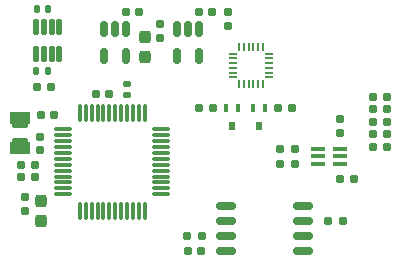
<source format=gbr>
%TF.GenerationSoftware,KiCad,Pcbnew,7.0.5*%
%TF.CreationDate,2024-01-17T11:16:08-05:00*%
%TF.ProjectId,MCU,4d43552e-6b69-4636-9164-5f7063625858,rev?*%
%TF.SameCoordinates,Original*%
%TF.FileFunction,Paste,Top*%
%TF.FilePolarity,Positive*%
%FSLAX46Y46*%
G04 Gerber Fmt 4.6, Leading zero omitted, Abs format (unit mm)*
G04 Created by KiCad (PCBNEW 7.0.5) date 2024-01-17 11:16:08*
%MOMM*%
%LPD*%
G01*
G04 APERTURE LIST*
G04 Aperture macros list*
%AMRoundRect*
0 Rectangle with rounded corners*
0 $1 Rounding radius*
0 $2 $3 $4 $5 $6 $7 $8 $9 X,Y pos of 4 corners*
0 Add a 4 corners polygon primitive as box body*
4,1,4,$2,$3,$4,$5,$6,$7,$8,$9,$2,$3,0*
0 Add four circle primitives for the rounded corners*
1,1,$1+$1,$2,$3*
1,1,$1+$1,$4,$5*
1,1,$1+$1,$6,$7*
1,1,$1+$1,$8,$9*
0 Add four rect primitives between the rounded corners*
20,1,$1+$1,$2,$3,$4,$5,0*
20,1,$1+$1,$4,$5,$6,$7,0*
20,1,$1+$1,$6,$7,$8,$9,0*
20,1,$1+$1,$8,$9,$2,$3,0*%
G04 Aperture macros list end*
%ADD10RoundRect,0.155000X0.212500X0.155000X-0.212500X0.155000X-0.212500X-0.155000X0.212500X-0.155000X0*%
%ADD11RoundRect,0.160000X-0.197500X-0.160000X0.197500X-0.160000X0.197500X0.160000X-0.197500X0.160000X0*%
%ADD12RoundRect,0.150000X-0.150000X0.512500X-0.150000X-0.512500X0.150000X-0.512500X0.150000X0.512500X0*%
%ADD13RoundRect,0.160000X0.197500X0.160000X-0.197500X0.160000X-0.197500X-0.160000X0.197500X-0.160000X0*%
%ADD14R,1.800000X1.000000*%
%ADD15RoundRect,0.237500X-0.237500X0.300000X-0.237500X-0.300000X0.237500X-0.300000X0.237500X0.300000X0*%
%ADD16RoundRect,0.155000X-0.212500X-0.155000X0.212500X-0.155000X0.212500X0.155000X-0.212500X0.155000X0*%
%ADD17RoundRect,0.155000X0.155000X-0.212500X0.155000X0.212500X-0.155000X0.212500X-0.155000X-0.212500X0*%
%ADD18RoundRect,0.125000X0.125000X-0.537500X0.125000X0.537500X-0.125000X0.537500X-0.125000X-0.537500X0*%
%ADD19RoundRect,0.135000X-0.135000X-0.185000X0.135000X-0.185000X0.135000X0.185000X-0.135000X0.185000X0*%
%ADD20RoundRect,0.250000X0.450000X-0.350000X0.450000X0.350000X-0.450000X0.350000X-0.450000X-0.350000X0*%
%ADD21RoundRect,0.140000X0.170000X-0.140000X0.170000X0.140000X-0.170000X0.140000X-0.170000X-0.140000X0*%
%ADD22RoundRect,0.075000X-0.662500X-0.075000X0.662500X-0.075000X0.662500X0.075000X-0.662500X0.075000X0*%
%ADD23RoundRect,0.075000X-0.075000X-0.662500X0.075000X-0.662500X0.075000X0.662500X-0.075000X0.662500X0*%
%ADD24RoundRect,0.160000X-0.160000X0.197500X-0.160000X-0.197500X0.160000X-0.197500X0.160000X0.197500X0*%
%ADD25R,0.460000X0.700000*%
%ADD26R,0.500000X0.700000*%
%ADD27RoundRect,0.050000X0.262500X0.050000X-0.262500X0.050000X-0.262500X-0.050000X0.262500X-0.050000X0*%
%ADD28RoundRect,0.050000X-0.050000X0.262500X-0.050000X-0.262500X0.050000X-0.262500X0.050000X0.262500X0*%
%ADD29R,1.200000X0.400000*%
%ADD30RoundRect,0.140000X-0.140000X-0.170000X0.140000X-0.170000X0.140000X0.170000X-0.140000X0.170000X0*%
%ADD31RoundRect,0.160000X0.160000X-0.197500X0.160000X0.197500X-0.160000X0.197500X-0.160000X-0.197500X0*%
%ADD32RoundRect,0.150000X0.712500X0.150000X-0.712500X0.150000X-0.712500X-0.150000X0.712500X-0.150000X0*%
%ADD33RoundRect,0.237500X-0.237500X0.287500X-0.237500X-0.287500X0.237500X-0.287500X0.237500X0.287500X0*%
G04 APERTURE END LIST*
D10*
%TO.C,C7*%
X166327500Y-96238621D03*
X165192500Y-96238621D03*
%TD*%
D11*
%TO.C,R15*%
X165162500Y-98363621D03*
X166357500Y-98363621D03*
%TD*%
%TO.C,R6*%
X165162500Y-100498621D03*
X166357500Y-100498621D03*
%TD*%
D12*
%TO.C,U4*%
X144267500Y-90521121D03*
X143317500Y-90521121D03*
X142367500Y-90521121D03*
X142367500Y-92796121D03*
X144267500Y-92796121D03*
%TD*%
D13*
%TO.C,R8*%
X136565000Y-103028621D03*
X135370000Y-103028621D03*
%TD*%
%TO.C,R14*%
X166357500Y-97296121D03*
X165162500Y-97296121D03*
%TD*%
D14*
%TO.C,Y1*%
X135310000Y-100568621D03*
X135310000Y-98068621D03*
%TD*%
D12*
%TO.C,U6*%
X150450000Y-90521121D03*
X149500000Y-90521121D03*
X148550000Y-90521121D03*
X148550000Y-92796121D03*
X150450000Y-92796121D03*
%TD*%
D15*
%TO.C,C9*%
X145837500Y-91186121D03*
X145837500Y-92911121D03*
%TD*%
D13*
%TO.C,R12*%
X150667500Y-108033621D03*
X149472500Y-108033621D03*
%TD*%
D16*
%TO.C,C1*%
X162402500Y-103178621D03*
X163537500Y-103178621D03*
%TD*%
D17*
%TO.C,C4*%
X137010000Y-100786121D03*
X137010000Y-99651121D03*
%TD*%
D18*
%TO.C,U3*%
X136685000Y-92586121D03*
X137335000Y-92586121D03*
X137985000Y-92586121D03*
X138635000Y-92586121D03*
X138635000Y-90311121D03*
X137985000Y-90311121D03*
X137335000Y-90311121D03*
X136685000Y-90311121D03*
%TD*%
D19*
%TO.C,R4*%
X136680000Y-94028621D03*
X137700000Y-94028621D03*
%TD*%
D13*
%TO.C,R1*%
X158537500Y-100638621D03*
X157342500Y-100638621D03*
%TD*%
D20*
%TO.C,R19*%
X135310000Y-100318621D03*
X135310000Y-98318621D03*
%TD*%
D21*
%TO.C,C13*%
X144350000Y-96088621D03*
X144350000Y-95128621D03*
%TD*%
D22*
%TO.C,U2*%
X138947500Y-98998621D03*
X138947500Y-99498621D03*
X138947500Y-99998621D03*
X138947500Y-100498621D03*
X138947500Y-100998621D03*
X138947500Y-101498621D03*
X138947500Y-101998621D03*
X138947500Y-102498621D03*
X138947500Y-102998621D03*
X138947500Y-103498621D03*
X138947500Y-103998621D03*
X138947500Y-104498621D03*
D23*
X140360000Y-105911121D03*
X140860000Y-105911121D03*
X141360000Y-105911121D03*
X141860000Y-105911121D03*
X142360000Y-105911121D03*
X142860000Y-105911121D03*
X143360000Y-105911121D03*
X143860000Y-105911121D03*
X144360000Y-105911121D03*
X144860000Y-105911121D03*
X145360000Y-105911121D03*
X145860000Y-105911121D03*
D22*
X147272500Y-104498621D03*
X147272500Y-103998621D03*
X147272500Y-103498621D03*
X147272500Y-102998621D03*
X147272500Y-102498621D03*
X147272500Y-101998621D03*
X147272500Y-101498621D03*
X147272500Y-100998621D03*
X147272500Y-100498621D03*
X147272500Y-99998621D03*
X147272500Y-99498621D03*
X147272500Y-98998621D03*
D23*
X145860000Y-97586121D03*
X145360000Y-97586121D03*
X144860000Y-97586121D03*
X144360000Y-97586121D03*
X143860000Y-97586121D03*
X143360000Y-97586121D03*
X142860000Y-97586121D03*
X142360000Y-97586121D03*
X141860000Y-97586121D03*
X141360000Y-97586121D03*
X140860000Y-97586121D03*
X140360000Y-97586121D03*
%TD*%
D17*
%TO.C,C11*%
X152930000Y-90216121D03*
X152930000Y-89081121D03*
%TD*%
D11*
%TO.C,R13*%
X161412500Y-106768621D03*
X162607500Y-106768621D03*
%TD*%
D10*
%TO.C,C3*%
X150657500Y-109308621D03*
X149522500Y-109308621D03*
%TD*%
D24*
%TO.C,R3*%
X162410000Y-98141121D03*
X162410000Y-99336121D03*
%TD*%
D25*
%TO.C,Q2*%
X153730000Y-97150621D03*
X152730000Y-97150621D03*
D26*
X153230000Y-98750621D03*
%TD*%
D11*
%TO.C,R18*%
X157132500Y-97198621D03*
X158327500Y-97198621D03*
%TD*%
D27*
%TO.C,U5*%
X156397500Y-94598621D03*
X156397500Y-94198621D03*
X156397500Y-93798621D03*
X156397500Y-93398621D03*
X156397500Y-92998621D03*
X156397500Y-92598621D03*
D28*
X155860000Y-92061121D03*
X155460000Y-92061121D03*
X155060000Y-92061121D03*
X154660000Y-92061121D03*
X154260000Y-92061121D03*
X153860000Y-92061121D03*
D27*
X153322500Y-92598621D03*
X153322500Y-92998621D03*
X153322500Y-93398621D03*
X153322500Y-93798621D03*
X153322500Y-94198621D03*
X153322500Y-94598621D03*
D28*
X153860000Y-95136121D03*
X154260000Y-95136121D03*
X154660000Y-95136121D03*
X155060000Y-95136121D03*
X155460000Y-95136121D03*
X155860000Y-95136121D03*
%TD*%
D24*
%TO.C,R11*%
X135750000Y-104708621D03*
X135750000Y-105903621D03*
%TD*%
D13*
%TO.C,R2*%
X158537500Y-101938621D03*
X157342500Y-101938621D03*
%TD*%
D29*
%TO.C,IC2*%
X162402500Y-101938621D03*
X162402500Y-101288621D03*
X162402500Y-100638621D03*
X160502500Y-100638621D03*
X160502500Y-101288621D03*
X160502500Y-101938621D03*
%TD*%
D10*
%TO.C,C2*%
X138177500Y-97768621D03*
X137042500Y-97768621D03*
%TD*%
D30*
%TO.C,C10*%
X136700000Y-88838621D03*
X137660000Y-88838621D03*
%TD*%
D25*
%TO.C,Q1*%
X156040000Y-97150621D03*
X155040000Y-97150621D03*
D26*
X155540000Y-98750621D03*
%TD*%
D11*
%TO.C,R9*%
X136752500Y-95398621D03*
X137947500Y-95398621D03*
%TD*%
D31*
%TO.C,R16*%
X147180000Y-91306121D03*
X147180000Y-90111121D03*
%TD*%
D16*
%TO.C,C8*%
X144262500Y-89028621D03*
X145397500Y-89028621D03*
%TD*%
D11*
%TO.C,R5*%
X165162500Y-99431121D03*
X166357500Y-99431121D03*
%TD*%
D13*
%TO.C,R17*%
X151645000Y-97198621D03*
X150450000Y-97198621D03*
%TD*%
D32*
%TO.C,U1*%
X159260000Y-109303621D03*
X159260000Y-108033621D03*
X159260000Y-106763621D03*
X159260000Y-105498621D03*
X152760000Y-105498621D03*
X152760000Y-106763621D03*
X152760000Y-108033621D03*
X152760000Y-109303621D03*
%TD*%
D11*
%TO.C,R7*%
X135370000Y-102008621D03*
X136565000Y-102008621D03*
%TD*%
D16*
%TO.C,C12*%
X141732500Y-96048621D03*
X142867500Y-96048621D03*
%TD*%
D33*
%TO.C,D1*%
X137080000Y-105026121D03*
X137080000Y-106776121D03*
%TD*%
D16*
%TO.C,C14*%
X150442500Y-89028621D03*
X151577500Y-89028621D03*
%TD*%
M02*

</source>
